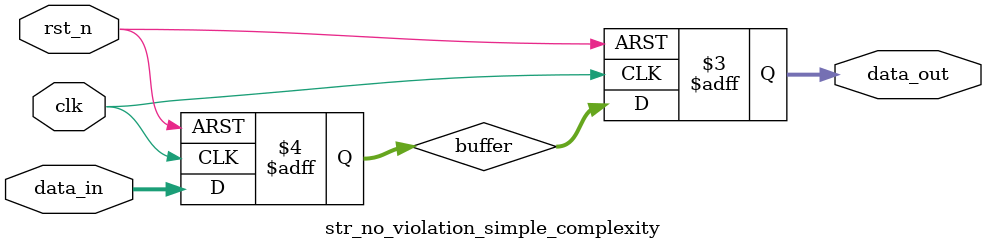
<source format=sv>

module str_no_violation_simple_complexity (
  input wire clk,
  input wire rst_n,
  input wire [7:0] data_in,
  output logic [7:0] data_out
);

  // Simple module with low statement count
  logic [7:0] buffer;
  
  always_ff @(posedge clk or negedge rst_n) begin
    if (!rst_n) begin
      buffer <= 8'h00;
      data_out <= 8'h00;
    end else begin
      buffer <= data_in;
      data_out <= buffer;
    end
  end

endmodule


</source>
